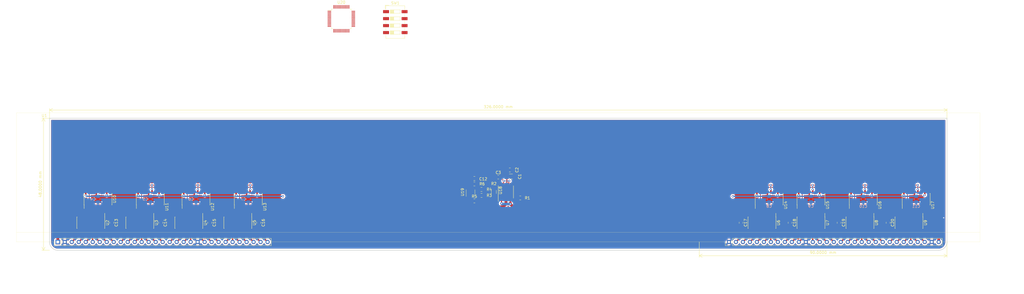
<source format=kicad_pcb>
(kicad_pcb (version 20211014) (generator pcbnew)
  (layers (0 "F.Cu" signal) (31 "B.Cu" signal) (34 "B.Paste" user) (35 "F.Paste" user) (36 "B.SilkS" user "B.Silkscreen") (37 "F.SilkS" user "F.Silkscreen") (38 "B.Mask" user) (39 "F.Mask" user) (44 "Edge.Cuts" user))
  (net 0 "")
  (net 1 "Net-(U1-Pad60)")
  (net 2 "Net-(U1-Pad59)")
  (net 3 "Net-(U1-Pad58)")
  (net 4 "Net-(U1-Pad57)")
  (net 5 "Net-(U1-Pad56)")
  (net 6 "Net-(U1-Pad55)")
  (net 7 "Net-(U1-Pad54)")
  (net 8 "Net-(U1-Pad53)")
  (net 9 "Net-(U1-Pad52)")
  (net 10 "Net-(U1-Pad51)")
  (net 11 "Net-(U1-Pad50)")
  (net 12 "Net-(U1-Pad49)")
  (net 13 "Net-(U1-Pad48)")
  (net 14 "Net-(U1-Pad47)")
  (net 15 "Net-(U1-Pad46)")
  (net 16 "Net-(U1-Pad45)")
  (net 17 "Net-(U1-Pad44)")
  (net 18 "Net-(U1-Pad42)")
  (net 19 "Net-(U1-Pad41)")
  (net 20 "Net-(U1-Pad40)")
  (net 21 "Net-(U1-Pad39)")
  (net 22 "Net-(U1-Pad38)")
  (net 23 "Net-(U1-Pad37)")
  (net 24 "Net-(U1-Pad36)")
  (net 25 "Net-(U1-Pad35)")
  (net 26 "Net-(U1-Pad34)")
  (net 27 "Net-(U1-Pad33)")
  (net 28 "Net-(U1-Pad31)")
  (net 29 "Net-(U1-Pad30)")
  (net 30 "Net-(U1-Pad29)")
  (net 31 "Net-(U1-Pad28)")
  (net 32 "Net-(U1-Pad27)")
  (net 33 "Net-(U1-Pad26)")
  (net 34 "Net-(U1-Pad25)")
  (net 35 "Net-(U1-Pad24)")
  (net 36 "Net-(U1-Pad23)")
  (net 37 "Net-(U1-Pad22)")
  (net 38 "Net-(U1-Pad20)")
  (net 39 "Net-(U1-Pad19)")
  (net 40 "Net-(U1-Pad18)")
  (net 41 "Net-(U1-Pad17)")
  (net 42 "Net-(U1-Pad16)")
  (net 43 "Net-(U1-Pad15)")
  (net 44 "Net-(U1-Pad14)")
  (net 45 "Net-(U1-Pad13)")
  (net 46 "Net-(U1-Pad12)")
  (net 47 "Net-(U1-Pad11)")
  (net 48 "Net-(U1-Pad10)")
  (net 49 "Net-(U1-Pad9)")
  (net 50 "Net-(U1-Pad8)")
  (net 51 "Net-(U1-Pad7)")
  (net 52 "Net-(U1-Pad6)")
  (net 53 "Net-(U1-Pad5)")
  (net 54 "Net-(U1-Pad4)")
  (net 55 "Net-(U1-Pad3)")
  (net 56 "Net-(R2-Pad1)")
  (net 57 "Net-(R1-Pad1)")
  (net 58 "+3V3")
  (net 59 "Net-(C3-Pad2)")
  (net 60 "/Filament_PWR")
  (net 61 "Net-(U18-Pad15)")
  (net 62 "Net-(U18-Pad16)")
  (net 63 "GND")
  (net 64 "Net-(U13-Pad7)")
  (net 65 "Net-(U13-Pad6)")
  (net 66 "Net-(U12-Pad9)")
  (net 67 "Net-(U11-Pad9)")
  (net 68 "Net-(U10-Pad9)")
  (net 69 "/Filament_ADC")
  (net 70 "Net-(C12-Pad2)")
  (net 71 "Net-(R3-Pad1)")
  (net 72 "Net-(U20-Pad1)")
  (net 73 "Net-(U20-Pad2)")
  (net 74 "Net-(U20-Pad3)")
  (net 75 "Net-(U20-Pad4)")
  (net 76 "Net-(U20-Pad5)")
  (net 77 "Net-(U20-Pad6)")
  (net 78 "Net-(U20-Pad7)")
  (net 79 "Net-(U20-Pad10)")
  (net 80 "Net-(U20-Pad11)")
  (net 81 "Net-(U20-Pad12)")
  (net 82 "Net-(U20-Pad13)")
  (net 83 "Net-(U20-Pad14)")
  (net 84 "Net-(U20-Pad15)")
  (net 85 "Net-(U20-Pad16)")
  (net 86 "Net-(U20-Pad17)")
  (net 87 "Net-(U20-Pad18)")
  (net 88 "Net-(U20-Pad19)")
  (net 89 "Net-(U20-Pad20)")
  (net 90 "Net-(U20-Pad21)")
  (net 91 "Net-(U20-Pad22)")
  (net 92 "Net-(U20-Pad24)")
  (net 93 "Net-(U20-Pad25)")
  (net 94 "Net-(U20-Pad26)")
  (net 95 "Net-(U20-Pad27)")
  (net 96 "Net-(U20-Pad28)")
  (net 97 "Net-(U20-Pad29)")
  (net 98 "Net-(U20-Pad30)")
  (net 99 "Net-(U20-Pad31)")
  (net 100 "Net-(U20-Pad32)")
  (net 101 "Net-(U20-Pad33)")
  (net 102 "Net-(U20-Pad34)")
  (net 103 "Net-(U20-Pad36)")
  (net 104 "Net-(U20-Pad37)")
  (net 105 "Net-(U20-Pad38)")
  (net 106 "Net-(U20-Pad39)")
  (net 107 "Net-(U20-Pad40)")
  (net 108 "Net-(U20-Pad41)")
  (net 109 "Net-(U20-Pad42)")
  (net 110 "Net-(U20-Pad43)")
  (net 111 "Net-(U20-Pad44)")
  (net 112 "Net-(U20-Pad45)")
  (net 113 "Net-(U20-Pad46)")
  (net 114 "Net-(U20-Pad48)")
  (net 115 "Net-(SW1-Pad2)")
  (net 116 "Net-(SW1-Pad3)")
  (net 117 "Net-(SW1-Pad4)")
  (net 118 "/Logic/Select_Master_Slave")
  (net 119 "/VFD/P10")
  (net 120 "/VFD/P11")
  (net 121 "/VFD/P12")
  (net 122 "/VFD/P13")
  (net 123 "/VFD/P14")
  (net 124 "/VFD/P15")
  (net 125 "/VFD/P16")
  (net 126 "/VFD/P9")
  (net 127 "/VFD/P1")
  (net 128 "/VFD/P8")
  (net 129 "/VFD/P7")
  (net 130 "/VFD/P6")
  (net 131 "/VFD/P5")
  (net 132 "/VFD/P4")
  (net 133 "/VFD/P3")
  (net 134 "/VFD/P2")
  (net 135 "Net-(U9-Pad16)")
  (net 136 "/VFD/P24")
  (net 137 "/VFD/P23")
  (net 138 "/VFD/P22")
  (net 139 "/VFD/P21")
  (net 140 "/VFD/P20")
  (net 141 "/VFD/P19")
  (net 142 "Net-(U9-Pad1)")
  (net 143 "/VFD/P26")
  (net 144 "/VFD/P27")
  (net 145 "/VFD/P28")
  (net 146 "/VFD/P29")
  (net 147 "/VFD/P30")
  (net 148 "/VFD/P31")
  (net 149 "/VFD/P32")
  (net 150 "/VFD/P25")
  (net 151 "/VFD/P34")
  (net 152 "/VFD/P35")
  (net 153 "/VFD/G1")
  (net 154 "/VFD/G2")
  (net 155 "/VFD/G3")
  (net 156 "/VFD/G4")
  (net 157 "Net-(U14-Pad9)")
  (net 158 "/VFD/P33")
  (net 159 "/VFD/G5")
  (net 160 "Net-(U15-Pad9)")
  (net 161 "/VFD/G12")
  (net 162 "/VFD/G11")
  (net 163 "/VFD/G10")
  (net 164 "/VFD/G9")
  (net 165 "/VFD/G8")
  (net 166 "/VFD/G7")
  (net 167 "/VFD/G6")
  (net 168 "Net-(U16-Pad9)")
  (net 169 "Net-(U17-Pad9)")
  (net 170 "/VFD/P17")
  (net 171 "/VFD/P18")
  (net 172 "/VFD/G20")
  (net 173 "/VFD/G19")
  (net 174 "/VFD/G18")
  (net 175 "/VFD/G13")
  (net 176 "/VFD/G14")
  (net 177 "/VFD/G15")
  (net 178 "/VFD/G16")
  (net 179 "/VFD/G17")
  (net 180 "Net-(U17-Pad6)")
  (net 181 "Net-(U17-Pad7)")
  (net 182 "Net-(U15-Pad2)")
  (net 183 "Net-(U15-Pad3)")
  (net 184 "Net-(U15-Pad4)")
  (net 185 "Net-(U12-Pad3)")
  (net 186 "Net-(U12-Pad2)")
  (net 187 "/VFD/Filament_In_A")
  (net 188 "/VFD/Filament_In_B")
  (net 189 "/Logic/Filament_PWM2")
  (net 190 "/Logic/Filament_PWM1")
  (net 191 "/Logic/Filament_Enable")
  (net 192 "/Logic/Grids_Anodes_SPI_MOSI")
  (net 193 "/Grids_Anodes_Power")
  (net 194 "/VFD/RCLK1")
  (net 195 "/VFD/SRCLK1")
  (net 196 "/VFD/SPI_Grids_Anodes_1_out")
  (net 197 "/VFD/SPI_Grids_Anodes_2")
  (net 198 "/VFD/RCLK2")
  (net 199 "/VFD/SRCLK2")
  (footprint "Package_SO:SOIC-16_3.9x9.9mm_P1.27mm" (layer "F.Cu") (at 290.8 60 -90)
    (fp_text reference "U6")
    (fp_text value "ULN2003")
  )
  (footprint "Package_SO:SOIC-16_3.9x9.9mm_P1.27mm" (layer "F.Cu") (at 344.2 60 -90)
    (fp_text reference "U9")
    (fp_text value "ULN2003")
  )
  (footprint "Package_SO:SOIC-16_3.9x9.9mm_P1.27mm" (layer "F.Cu") (at 326.4 60 -90)
    (fp_text reference "U8")
    (fp_text value "ULN2003")
  )
  (footprint "Package_SO:SOIC-16_3.9x9.9mm_P1.27mm" (layer "F.Cu") (at 346.8 51.4 90)
    (fp_text reference "U17")
    (fp_text value "74HC595")
  )
  (footprint "Package_SO:SOIC-16_3.9x9.9mm_P1.27mm" (layer "F.Cu") (at 293.4 51.4 90)
    (fp_text reference "U14")
    (fp_text value "74HC595")
  )
  (footprint "Package_SO:SOIC-16_3.9x9.9mm_P1.27mm" (layer "F.Cu") (at 82.6 60 -90)
    (fp_text reference "U4")
    (fp_text value "ULN2003")
  )
  (footprint "Package_SO:SOIC-16_3.9x9.9mm_P1.27mm" (layer "F.Cu") (at 68.6 51.4 90)
    (fp_text reference "U11")
    (fp_text value "74HC595")
  )
  (footprint "Package_SO:SOIC-16_3.9x9.9mm_P1.27mm" (layer "F.Cu") (at 85.2 51.4 90)
    (fp_text reference "U12")
    (fp_text value "74HC595")
  )
  (footprint "Package_SO:SOIC-16_3.9x9.9mm_P1.27mm" (layer "F.Cu") (at 64.8 60 -90)
    (fp_text reference "U3")
    (fp_text value "ULN2003")
  )
  (footprint "Package_SO:SOIC-16_3.9x9.9mm_P1.27mm" (layer "F.Cu") (at 49.6 51.4 90)
    (fp_text reference "U10")
    (fp_text value "74HC595")
  )
  (footprint "Package_SO:SOIC-16_3.9x9.9mm_P1.27mm" (layer "F.Cu") (at 47 60 -90)
    (fp_text reference "U2")
    (fp_text value "ULN2003")
  )
  (footprint "Package_SO:SOIC-16_3.9x9.9mm_P1.27mm" (layer "F.Cu") (at 308.6 51.4 90)
    (fp_text reference "U15")
    (fp_text value "74HC595")
  )
  (footprint "Package_SO:SOIC-16_3.9x9.9mm_P1.27mm" (layer "F.Cu") (at 308.6 60 -90)
    (fp_text reference "U7")
    (fp_text value "ULN2003")
  )
  (footprint "Button_Switch_SMD:SW_DIP_SPSTx04_Slide_6.7x11.72mm_W6.73mm_P2.54mm_LowProfile_JPin" (layer "F.Cu") (at 157.6 -13)
    (fp_text reference "SW1")
    (fp_text value "SW_DIP_x04")
  )
  (footprint "itron_vacuum_fluorescent_display:DC201LA" (layer "F.Cu") (at 20 20)
    (fp_text reference "U1")
    (fp_text value "DC201LA")
  )
  (footprint "Package_SO:SOIC-16_3.9x9.9mm_P1.27mm" (layer "F.Cu") (at 100.4 60 -90)
    (fp_text reference "U5")
    (fp_text value "ULN2003")
  )
  (footprint "Package_SO:SOIC-16_3.9x9.9mm_P1.27mm" (layer "F.Cu") (at 327.6 51.4 90)
    (fp_text reference "U16")
    (fp_text value "74HC595")
  )
  (footprint "Capacitor_SMD:C_0805_2012Metric_Pad1.15x1.40mm_HandSolder" (layer "F.Cu") (at 54.6 60 -90)
    (fp_text reference "C13")
    (fp_text value "100n")
  )
  (footprint "Capacitor_SMD:C_0805_2012Metric_Pad1.15x1.40mm_HandSolder" (layer "F.Cu") (at 72.4 60 -90)
    (fp_text reference "C14")
    (fp_text value "100n")
  )
  (footprint "Capacitor_SMD:C_0805_2012Metric_Pad1.15x1.40mm_HandSolder" (layer "F.Cu") (at 90.2 60 -90)
    (fp_text reference "C15")
    (fp_text value "100n")
  )
  (footprint "Capacitor_SMD:C_0805_2012Metric_Pad1.15x1.40mm_HandSolder" (layer "F.Cu") (at 108 60 -90)
    (fp_text reference "C16")
    (fp_text value "100n")
  )
  (footprint "Capacitor_SMD:C_0805_2012Metric_Pad1.15x1.40mm_HandSolder" (layer "F.Cu") (at 283.2 60 -90)
    (fp_text reference "C17")
    (fp_text value "100n")
  )
  (footprint "Capacitor_SMD:C_0805_2012Metric_Pad1.15x1.40mm_HandSolder" (layer "F.Cu") (at 301 60 -90)
    (fp_text reference "C18")
    (fp_text value "100n")
  )
  (footprint "Capacitor_SMD:C_0805_2012Metric_Pad1.15x1.40mm_HandSolder" (layer "F.Cu") (at 318.8 60 -90)
    (fp_text reference "C19")
    (fp_text value "100n")
  )
  (footprint "Capacitor_SMD:C_0805_2012Metric_Pad1.15x1.40mm_HandSolder" (layer "F.Cu") (at 336.6 60 -90)
    (fp_text reference "C20")
    (fp_text value "100n")
  )
  (footprint "Package_QFP:LQFP-48_7x7mm_P0.5mm" (layer "F.Cu") (at 138 -14.2)
    (fp_text reference "U20")
    (fp_text value "STM32F302C8Tx")
  )
  (footprint "Package_SO:SOIC-16_3.9x9.9mm_P1.27mm" (layer "F.Cu") (at 104.2 51.4 90)
    (fp_text reference "U13")
    (fp_text value "74HC595")
  )
  (footprint "Resistor_SMD:R_0805_2012Metric_Pad1.15x1.40mm_HandSolder" (layer "F.Cu") (at 188.899102 47.870546)
    (fp_text reference "R4")
    (fp_text value "100")
  )
  (footprint "Resistor_SMD:R_0805_2012Metric_Pad1.15x1.40mm_HandSolder" (layer "F.Cu") (at 188.924102 50.070546)
    (fp_text reference "R3")
    (fp_text value "100")
  )
  (footprint "Package_TO_SOT_SMD:SOT-23-5" (layer "F.Cu") (at 184.924102 48.870546 90)
    (fp_text reference "U19")
    (fp_text value "TSZ121ILT")
  )
  (footprint "Capacitor_SMD:C_0805_2012Metric_Pad1.15x1.40mm_HandSolder" (layer "F.Cu") (at 186.324102 43.870546)
    (fp_text reference "C12")
    (fp_text value "33n")
  )
  (footprint "Package_SO:TSSOP-16-1EP_4.4x5mm_P0.65mm" (layer "F.Cu") (at 197.8 48.8 90)
    (fp_text reference "U18")
    (fp_text value "DRV8848")
  )
  (footprint "Resistor_SMD:R_1206_3216Metric_Pad1.42x1.75mm_HandSolder" (layer "F.Cu") (at 193.4 48.8 90)
    (fp_text reference "R2")
    (fp_text value "R_sense 500mW")
  )
  (footprint "Resistor_SMD:R_0805_2012Metric_Pad1.15x1.40mm_HandSolder" (layer "F.Cu") (at 203 51)
    (fp_text reference "R1")
    (fp_text value "10k")
  )
  (footprint "Capacitor_SMD:C_1206_3216Metric_Pad1.42x1.75mm_HandSolder" (layer "F.Cu") (at 199.6 43.2 180)
    (fp_text reference "C1")
    (fp_text value "10u")
  )
  (footprint "Capacitor_SMD:C_0805_2012Metric_Pad1.15x1.40mm_HandSolder" (layer "F.Cu") (at 199.2 40.8 180)
    (fp_text reference "C2")
    (fp_text value "100n")
  )
  (footprint "Capacitor_SMD:C_0805_2012Metric_Pad1.15x1.40mm_HandSolder" (layer "F.Cu") (at 195 43.4)
    (fp_text reference "C3")
    (fp_text value "2.2u")
  )
  (footprint "Resistor_SMD:R_0805_2012Metric_Pad1.15x1.40mm_HandSolder" (layer "F.Cu") (at 186.324102 45.870546)
    (fp_text reference "R6")
    (fp_text value "47k")
  )
  (footprint "Resistor_SMD:R_0805_2012Metric_Pad1.15x1.40mm_HandSolder" (layer "F.Cu") (at 186.324102 52.070546)
    (fp_text reference "R5")
    (fp_text value "47k")
  )
  (footprint "Capacitor_SMD:C_0805_2012Metric_Pad1.15x1.40mm_HandSolder" (layer "B.Cu") (at 346.8 51.4 -90)
    (fp_text reference "C11")
    (fp_text value "100n")
  )
  (footprint "Capacitor_SMD:C_0805_2012Metric_Pad1.15x1.40mm_HandSolder" (layer "B.Cu") (at 293.4 51.4 -90)
    (fp_text reference "C8")
    (fp_text value "100n")
  )
  (footprint "Capacitor_SMD:C_0805_2012Metric_Pad1.15x1.40mm_HandSolder" (layer "B.Cu") (at 308.6 51.4 -90)
    (fp_text reference "C9")
    (fp_text value "100n")
  )
  (footprint "Capacitor_SMD:C_0805_2012Metric_Pad1.15x1.40mm_HandSolder" (layer "B.Cu") (at 327.6 51.4 -90)
    (fp_text reference "C10")
    (fp_text value "100n")
  )
  (footprint "Capacitor_SMD:C_0805_2012Metric_Pad1.15x1.40mm_HandSolder" (layer "B.Cu") (at 85.2 51.4 -90)
    (fp_text reference "C6")
    (fp_text value "100n")
  )
  (footprint "Capacitor_SMD:C_0805_2012Metric_Pad1.15x1.40mm_HandSolder" (layer "B.Cu") (at 68.6 51.4 -90)
    (fp_text reference "C5")
    (fp_text value "100n")
  )
  (footprint "Capacitor_SMD:C_0805_2012Metric_Pad1.15x1.40mm_HandSolder" (layer "B.Cu") (at 49.6 51.4 -90)
    (fp_text reference "C4")
    (fp_text value "100n")
  )
  (footprint "Capacitor_SMD:C_0805_2012Metric_Pad1.15x1.40mm_HandSolder" (layer "B.Cu") (at 104.2 51.4 -90)
    (fp_text reference "C7")
    (fp_text value "100n")
  )
  (gr_arc (start 35 70) (mid 32.87868 69.12132) (end 32 67) (layer "Edge.Cuts") (width 0.2))
  (gr_line (start 35 70) (end 355 70) (layer "Edge.Cuts") (width 0.2))
  (gr_line (start 358 67) (end 358 22) (layer "Edge.Cuts") (width 0.2))
  (gr_arc (start 358 67) (mid 357.12132 69.12132) (end 355 70) (layer "Edge.Cuts") (width 0.2))
  (gr_line (start 358 22) (end 32 22) (layer "Edge.Cuts") (width 0.2))
  (gr_line (start 32 22) (end 32 67) (layer "Edge.Cuts") (width 0.2))
  (dimension (type aligned) (layer "F.SilkS") (pts (xy 32 70) (xy 32 22)) (height -2.2) (gr_text "48.0000 mm" (at 28.65 46 90) (layer "F.SilkS") (effects (font (size 1 1) (thickness 0.15)))) (format (units 2) (units_format 1) (precision 4)) (style (thickness 0.15) (arrow_length 1.27) (text_position_mode 0) (extension_height 0.58642) (extension_offset 0) keep_text_aligned))
  (dimension (type aligned) (layer "F.SilkS") (pts (xy 358 22) (xy 32 22)) (height 3) (gr_text "326.0000 mm" (at 195 17.85) (layer "F.SilkS") (effects (font (size 1 1) (thickness 0.15)))) (format (units 2) (units_format 1) (precision 4)) (style (thickness 0.15) (arrow_length 1.27) (text_position_mode 0) (extension_height 0.58642) (extension_offset 0) keep_text_aligned))
  (dimension (type aligned) (layer "F.SilkS") (pts (xy 268 67) (xy 358 67)) (height 5) (gr_text "90.0000 mm" (at 313 70.85) (layer "F.SilkS") (effects (font (size 1 1) (thickness 0.15)))) (format (units 2) (units_format 1) (precision 4)) (style (thickness 0.15) (arrow_length 1.27) (text_position_mode 0) (extension_height 0.58642) (extension_offset 0) keep_text_aligned))
  (segment (start 347.375 62.7) (end 347.375 64.455) (width 0.5) (layer "F.Cu") (net 1))
  (segment (start 347.375 64.455) (end 349.92 67) (width 0.5) (layer "F.Cu") (net 1))
  (segment (start 346.105 65.725) (end 347.38 67) (width 0.5) (layer "F.Cu") (net 2))
  (segment (start 346.105 62.7) (end 346.105 65.725) (width 0.5) (layer "F.Cu") (net 2))
  (segment (start 344.835 66.995) (end 344.84 67) (width 0.5) (layer "F.Cu") (net 3))
  (segment (start 344.835 62.7) (end 344.835 66.995) (width 0.5) (layer "F.Cu") (net 3))
  (segment (start 343.565 65.735) (end 342.3 67) (width 0.5) (layer "F.Cu") (net 4))
  (segment (start 343.565 62.7) (end 343.565 65.735) (width 0.5) (layer "F.Cu") (net 4))
  (segment (start 339.76 67) (end 342.295 64.465) (width 0.5) (layer "F.Cu") (net 5))
  (segment (start 342.295 64.465) (end 342.295 62.7) (width 0.5) (layer "F.Cu") (net 5))
  (segment (start 337.22 67) (end 341.025 63.195) (width 0.5) (layer "F.Cu") (net 6))
  (segment (start 341.025 63.195) (end 341.025 62.7) (width 0.5) (layer "F.Cu") (net 6))
  (segment (start 330.845 63.165) (end 330.845 62.7) (width 0.5) (layer "F.Cu") (net 7))
  (segment (start 334.68 67) (end 330.845 63.165) (width 0.5) (layer "F.Cu") (net 7))
  (segment (start 329.575 62.7) (end 329.575 64.435) (width 0.5) (layer "F.Cu") (net 8))
  (segment (start 329.575 64.435) (end 332.14 67) (width 0.5) (layer "F.Cu") (net 8))
  (segment (start 328.305 65.705) (end 328.305 62.7) (width 0.5) (layer "F.Cu") (net 9))
  (segment (start 329.6 67) (end 328.305 65.705) (width 0.5) (layer "F.Cu") (net 9))
  (segment (start 327.035 62.7) (end 327.035 66.975) (width 0.5) (layer "F.Cu") (net 10))
  (segment (start 327.035 66.975) (end 327.06 67) (width 0.5) (layer "F.Cu") (net 10))
  (segment (start 325.765 65.755) (end 324.52 67) (width 0.5) (layer "F.Cu") (net 11))
  (segment (start 325.765 62.7) (end 325.765 65.755) (width 0.5) (layer "F.Cu") (net 11))
  (segment (start 324.495 64.485) (end 321.98 67) (width 0.5) (layer "F.Cu") (net 12))
  (segment (start 324.495 62.7) (end 324.495 64.485) (width 0.5) (layer "F.Cu") (net 12))
  (segment (start 323.225 62.7) (end 323.225 63.215) (width 0.5) (layer "F.Cu") (net 13))
  (segment (start 323.225 63.215) (end 319.44 67) (width 0.5) (layer "F.Cu") (net 13))
  (segment (start 313.045 63.145) (end 313.045 62.7) (width 0.5) (layer "F.Cu") (net 14))
  (segment (start 316.9 67) (end 313.045 63.145) (width 0.5) (layer "F.Cu") (net 14))
  (segment (start 314.36 67) (end 311.775 64.415) (width 0.5) (layer "F.Cu") (net 15))
  (segment (start 311.775 64.415) (end 311.775 62.7) (width 0.5) (layer "F.Cu") (net 15))
  (segment (start 310.505 65.685) (end 310.505 62.7) (width 0.5) (layer "F.Cu") (net 16))
  (segment (start 311.82 67) (end 310.505 65.685) (width 0.5) (layer "F.Cu") (net 16))
  (segment (start 309.235 62.7) (end 309.235 66.955) (width 0.5) (layer "F.Cu") (net 17))
  (segment (start 309.235 66.955) (end 309.28 67) (width 0.5) (layer "F.Cu") (net 17))
  (segment (start 307.965 63.235) (end 307.965 62.7) (width 0.5) (layer "F.Cu") (net 18))
  (segment (start 304.2 67) (end 307.965 63.235) (width 0.5) (layer "F.Cu") (net 18))
  (segment (start 301.66 67) (end 302.872001 65.787999) (width 0.5) (layer "F.Cu") (net 19))
  (segment (start 306.695 63.15) (end 306.695 62.7) (width 0.5) (layer "F.Cu") (net 19))
  (segment (start 304.057001 65.787999) (end 306.695 63.15) (width 0.5) (layer "F.Cu") (net 19))
  (segment (start 302.872001 65.787999) (end 304.057001 65.787999) (width 0.5) (layer "F.Cu") (net 19))
  (segment (start 305.425 63.15) (end 305.425 62.7) (width 0.5) (layer "F.Cu") (net 20))
  (segment (start 301.12 65) (end 303.575 65) (width 0.5) (layer "F.Cu") (net 20))
  (segment (start 299.12 67) (end 301.12 65) (width 0.5) (layer "F.Cu") (net 20))
  (segment (start 303.575 65) (end 305.425 63.15) (width 0.5) (layer "F.Cu") (net 20))
  (segment (start 295.245 62.7) (end 295.245 65.665) (width 0.5) (layer "F.Cu") (net 21))
  (segment (start 295.245 63.065) (end 295.245 62.7) (width 0.5) (layer "F.Cu") (net 21))
  (segment (start 295.245 65.665) (end 296.58 67) (width 0.5) (layer "F.Cu") (net 21))
  (segment (start 293.975 66.935) (end 294.04 67) (width 0.5) (layer "F.Cu") (net 22))
  (segment (start 293.975 62.7) (end 293.975 66.935) (width 0.5) (layer "F.Cu") (net 22))
  (segment (start 292.705 62.7) (end 292.705 65.795) (width 0.5) (layer "F.Cu") (net 23))
  (segment (start 292.705 65.795) (end 291.5 67) (width 0.5) (layer "F.Cu") (net 23))
  (segment (start 291.435 62.7) (end 291.435 64.525) (width 0.5) (layer "F.Cu") (net 24))
  (segment (start 291.435 64.525) (end 288.96 67) (width 0.5) (layer "F.Cu") (net 24))
  (segment (start 290.165 62.7) (end 290.165 63.255) (width 0.5) (layer "F.Cu") (net 25))
  (segment (start 290.165 63.255) (end 286.42 67) (width 0.5) (layer "F.Cu") (net 25))
  (segment (start 283.88 67) (end 285.28 65.6) (width 0.5) (layer "F.Cu") (net 26))
  (segment (start 288.895 63.15) (end 288.895 62.7) (width 0.5) (layer "F.Cu") (net 26))
  (segment (start 286.445 65.6) (end 288.895 63.15) (width 0.5) (layer "F.Cu") (net 26))
  (segment (start 285.28 65.6) (end 286.445 65.6) (width 0.5) (layer "F.Cu") (net 26))
  (segment (start 285.975 64.8) (end 283.54 64.8) (width 0.5) (layer "F.Cu") (net 27))
  (segment (start 283.54 64.8) (end 281.34 67) (width 0.5) (layer "F.Cu") (net 27))
  (segment (start 287.625 63.15) (end 285.975 64.8) (width 0.5) (layer "F.Cu") (net 27))
  (segment (start 287.625 62.7) (end 287.625 63.15) (width 0.5) (layer "F.Cu") (net 27))
  (segment (start 109 64.8) (end 111.2 67) (width 0.5) (layer "F.Cu") (net 28))
  (segment (start 104.845 63.15) (end 106.495 64.8) (width 0.5) (layer "F.Cu") (net 28))
  (segment (start 106.495 64.8) (end 109 64.8) (width 0.5) (layer "F.Cu") (net 28))
  (segment (start 104.845 62.7) (end 104.845 63.15) (width 0.5) (layer "F.Cu") (net 28))
  (segment (start 107.26 65.6) (end 108.66 67) (width 0.5) (layer "F.Cu") (net 29))
  (segment (start 103.575 63.15) (end 106.025 65.6) (width 0.5) (layer "F.Cu") (net 29))
  (segment (start 103.575 62.7) (end 103.575 63.15) (width 0.5) (layer "F.Cu") (net 29))
  (segment (start 106.025 65.6) (end 107.26 65.6) (width 0.5) (layer "F.Cu") (net 29))
  (segment (start 102.305 63.185) (end 102.305 62.7) (width 0.5) (layer "F.Cu") (net 30))
  (segment (start 106.12 67) (end 102.305 63.185) (width 0.5) (layer "F.Cu") (net 30))
  (segment (start 101.035 62.7) (end 101.035 64.455) (width 0.5) (layer "F.Cu") (net 31))
  (segment (start 101.035 64.455) (end 103.58 67) (width 0.5) (layer "F.Cu") (net 31))
  (segment (start 99.765 62.7) (end 99.765 65.725) (width 0.5) (layer "F.Cu") (net 32))
  (segment (start 99.765 65.725) (end 101.04 67) (width 0.5) (layer "F.Cu") (net 32))
  (segment (start 98.495 62.7) (end 98.495 66.995) (width 0.5) (layer "F.Cu") (net 33))
  (segment (start 98.495 66.995) (end 98.5 67) (width 0.5) (layer "F.Cu") (net 33))
  (segment (start 97.225 65.735) (end 95.96 67) (width 0.5) (layer "F.Cu") (net 34))
  (segment (start 97.225 62.7) (end 97.225 65.735) (width 0.5) (layer "F.Cu") (net 34))
  (segment (start 91.22 64.8) (end 93.42 67) (width 0.5) (layer "F.Cu") (net 35))
  (segment (start 87.045 62.7) (end 87.045 63.15) (width 0.5) (layer "F.Cu") (net 35))
  (segment (start 88.695 64.8) (end 91.22 64.8) (width 0.5) (layer "F.Cu") (net 35))
  (segment (start 87.045 63.15) (end 88.695 64.8) (width 0.5) (layer "F.Cu") (net 35))
  (segment (start 89.48 65.6) (end 88.225 65.6) (width 0.5) (layer "F.Cu") (net 36))
  (segment (start 90.88 67) (end 89.48 65.6) (width 0.5) (layer "F.Cu") (net 36))
  (segment (start 85.775 63.15) (end 85.775 62.7) (width 0.5) (layer "F.Cu") (net 36))
  (segment (start 88.225 65.6) (end 85.775 63.15) (width 0.5) (layer "F.Cu") (net 36))
  (segment (start 84.505 63.165) (end 84.505 62.7) (width 0.5) (layer "F.Cu") (net 37))
  (segment (start 88.34 67) (end 84.505 63.165) (width 0.5) (layer "F.Cu") (net 37))
  (segment (start 83.235 62.7) (end 83.235 66.975) (width 0.5) (layer "F.Cu") (net 38))
  (segment (start 83.235 66.975) (end 83.26 67) (width 0.5) (layer "F.Cu") (net 38))
  (segment (start 81.965 65.755) (end 80.72 67) (width 0.5) (layer "F.Cu") (net 39))
  (segment (start 81.965 62.7) (end 81.965 65.755) (width 0.5) (layer "F.Cu") (net 39))
  (segment (start 80.695 62.7) (end 80.695 64.485) (width 0.5) (layer "F.Cu") (net 40))
  (segment (start 80.695 64.485) (end 78.18 67) (width 0.5) (layer "F.Cu") (net 40))
  (segment (start 79.425 63.215) (end 79.425 62.7) (width 0.5) (layer "F.Cu") (net 41))
  (segment (start 75.64 67) (end 79.425 63.215) (width 0.5) (layer "F.Cu") (net 41))
  (segment (start 69.245 62.7) (end 69.245 63.15) (width 0.5) (layer "F.Cu") (net 42))
  (segment (start 73.095 67) (end 73.1 67) (width 0.5) (layer "F.Cu") (net 42))
  (segment (start 69.245 63.15) (end 73.095 67) (width 0.5) (layer "F.Cu") (net 42))
  (segment (start 67.975 64.415) (end 70.56 67) (width 0.5) (layer "F.Cu") (net 43))
  (segment (start 67.975 62.7) (end 67.975 64.415) (width 0.5) (layer "F.Cu") (net 43))
  (segment (start 66.705 65.685) (end 68.02 67) (width 0.5) (layer "F.Cu") (net 44))
  (segment (start 66.705 62.7) (end 66.705 65.685) (width 0.5) (layer "F.Cu") (net 44))
  (segment (start 65.435 62.7) (end 65.435 66.955) (width 0.5) (layer "F.Cu") (net 45))
  (segment (start 65.435 66.955) (end 65.48 67) (width 0.5) (layer "F.Cu") (net 45))
  (segment (start 62.94 67) (end 64.165 65.775) (width 0.5) (layer "F.Cu") (net 46))
  (segment (start 64.165 65.775) (end 64.165 62.7) (width 0.5) (layer "F.Cu") (net 46))
  (segment (start 60.4 67) (end 62.895 64.505) (width 0.5) (layer "F.Cu") (net 47))
  (segment (start 62.895 64.505) (end 62.895 62.7) (width 0.5) (layer "F.Cu") (net 47))
  (segment (start 61.625 63.235) (end 61.625 62.7) (width 0.5) (layer "F.Cu") (net 48))
  (segment (start 57.86 67) (end 61.625 63.235) (width 0.5) (layer "F.Cu") (net 48))
  (segment (start 55.295 67) (end 55.32 67) (width 0.5) (layer "F.Cu") (net 49))
  (segment (start 51.445 63.15) (end 55.295 67) (width 0.5) (layer "F.Cu") (net 49))
  (segment (start 51.445 62.7) (end 51.445 63.15) (width 0.5) (layer "F.Cu") (net 49))
  (segment (start 50.175 62.7) (end 50.175 64.395) (width 0.5) (layer "F.Cu") (net 50))
  (segment (start 50.175 64.395) (end 52.78 67) (width 0.5) (layer "F.Cu") (net 50))
  (segment (start 48.905 65.665) (end 50.24 67) (width 0.5) (layer "F.Cu") (net 51))
  (segment (start 48.905 62.7) (end 48.905 65.665) (width 0.5) (layer "F.Cu") (net 51))
  (segment (start 47.635 66.935) (end 47.7 67) (width 0.5) (layer "F.Cu") (net 52))
  (segment (start 47.635 62.7) (end 47.635 66.935) (width 0.5) (layer "F.Cu") (net 52))
  (segment (start 46.365 65.795) (end 45.16 67) (width 0.5) (layer "F.Cu") (net 53))
  (segment (start 46.365 62.7) (end 46.365 65.795) (width 0.5) (layer "F.Cu") (net 53))
  (segment (start 45.095 62.7) (end 45.095 64.525) (width 0.5) (layer "F.Cu") (net 54))
  (segment (start 45.095 64.525) (end 42.62 67) (width 0.5) (layer "F.Cu") (net 54))
  (segment (start 40.08 67) (end 43.825 63.255) (width 0.5) (layer "F.Cu") (net 55))
  (segment (start 43.825 63.255) (end 43.825 62.7) (width 0.5) (layer "F.Cu") (net 55))
  (segment (start 196.825 50.7) (end 196.825 51.575) (width 0.35) (layer "F.Cu") (net 56))
  (segment (start 193.4 50.2875) (end 194.375 50.2875) (width 0.35) (layer "F.Cu") (net 56))
  (segment (start 194.375 50.2875) (end 194.762499 50.674999) (width 0.35) (layer "F.Cu") (net 56))
  (segment (start 198.8 50.675) (end 198.8 50.674999) (width 0.35) (layer "F.Cu") (net 56))
  (segment (start 198.775 51.575) (end 198.775 50.7) (width 0.35) (layer "F.Cu") (net 56))
  (segment (start 194.762499 50.674999) (end 196.850001 50.674999) (width 0.35) (layer "F.Cu") (net 56))
  (segment (start 198.8 50.674999) (end 196.850001 50.674999) (width 0.35) (layer "F.Cu") (net 56))
  (segment (start 196.850001 50.674999) (end 196.825 50.7) (width 0.35) (layer "F.Cu") (net 56))
  (segment (start 198.775 50.7) (end 198.8 50.675) (width 0.35) (layer "F.Cu") (net 56))
  (segment (start 190.166056 50.2875) (end 189.949102 50.070546) (width 0.4) (layer "F.Cu") (net 56))
  (segment (start 193.4 50.2875) (end 190.166056 50.2875) (width 0.4) (layer "F.Cu") (net 56))
  (segment (start 201.4 51.575) (end 201.975 51) (width 0.4) (layer "F.Cu") (net 57))
  (segment (start 200.075 51.575) (end 201.4 51.575) (width 0.4) (layer "F.Cu") (net 57))
  (segment (start 64.155 49.955) (end 64.2 50) (width 0.5) (layer "F.Cu") (net 58))
  (segment (start 64.155 48.7) (end 64.155 49.955) (width 0.5) (layer "F.Cu") (net 58))
  (segment (start 80.755 48.7) (end 80.755 49.955) (width 0.5) (layer "F.Cu") (net 58))
  (segment (start 80.755 49.955) (end 80.8 50) (width 0.5) (layer "F.Cu") (net 58))
  (segment (start 342.355 48.7) (end 342.355 49.955) (width 0.5) (layer "F.Cu") (net 58))
  (segment (start 71.775 48.7) (end 71.775 49.875) (width 0.25) (layer "F.Cu") (net 58))
  (segment (start 71.775 49.875) (end 71.8 49.9) (width 0.25) (layer "F.Cu") (net 58))
  (segment (start 88.375 48.7) (end 88.375 49.875) (width 0.25) (layer "F.Cu") (net 58))
  (segment (start 88.375 49.875) (end 88.4 49.9) (width 0.25) (layer "F.Cu") (net 58))
  (segment (start 323.155 48.7) (end 323.155 49.955) (width 0.5) (layer "F.Cu") (net 58))
  (segment (start 304.155 48.7) (end 304.155 49.955) (width 0.5) (layer "F.Cu") (net 58))
  (segment (start 288.955 48.7) (end 288.955 49.955) (width 0.5) (layer "F.Cu") (net 58))
  (segment (start 311.775 48.7) (end 311.775 49.825) (width 0.25) (layer "F.Cu") (net 58))
  (segment (start 311.775 49.825) (end 311.7 49.9) (width 0.25) (layer "F.Cu") (net 58))
  (segment (start 330.775 49.825) (end 330.7 49.9) (width 0.25) (layer "F.Cu") (net 58))
  (segment (start 330.775 48.7) (end 330.775 49.825) (width 0.25) (layer "F.Cu") (net 58))
  (segment (start 349.975 49.825) (end 349.9 49.9) (width 0.25) (layer "F.Cu") (net 58))
  (segment (start 349.975 48.7) (end 349.975 49.825) (width 0.25) (layer "F.Cu") (net 58))
  (segment (start 107.375 48.7) (end 107.375 49.875) (width 0.25) (layer "F.Cu") (net 58))
  (segment (start 99.755 48.7) (end 99.755 49.955) (width 0.5) (layer "F.Cu") (net 58))
  (segment (start 107.375 49.875) (end 107.4 49.9) (width 0.25) (layer "F.Cu") (net 58))
  (segment (start 99.755 49.955) (end 99.8 50) (width 0.5) (layer "F.Cu") (net 58))
  (segment (start 45.155 48.7) (end 45.155 49.955) (width 0.5) (layer "F.Cu") (net 58))
  (segment (start 296.575 49.825) (end 296.5 49.9) (width 0.25) (layer "F.Cu") (net 58))
  (segment (start 45.155 49.955) (end 45.2 50) (width 0.5) (layer "F.Cu") (net 58))
  (segment (start 52.775 49.875) (end 52.8 49.9) (width 0.25) (layer "F.Cu") (net 58))
  (segment (start 52.775 48.7) (end 52.775 49.875) (width 0.25) (layer "F.Cu") (net 58))
  (segment (start 296.575 48.7) (end 296.575 49.825) (width 0.25) (layer "F.Cu") (net 58))
  (via (at 64.2 50) (size 0.8) (drill 0.4) (layers "F.Cu" "B.Cu") (net 58))
  (via (at 80.8 50) (size 0.8) (drill 0.4) (layers "F.Cu" "B.Cu") (net 58))
  (via (at 71.8 49.9) (size 0.8) (drill 0.4) (layers "F.Cu" "B.Cu") (net 58))
  (via (at 88.4 49.9) (size 0.8) (drill 0.4) (layers "F.Cu" "B.Cu") (net 58))
  (via (at 323.155 49.955) (size 0.8) (drill 0.4) (layers "F.Cu" "B.Cu") (net 58))
  (via (at 304.155 49.955) (size 0.8) (drill 0.4) (layers "F.Cu" "B.Cu") (net 58))
  (via (at 288.955 49.955) (size 0.8) (drill 0.4) (layers "F.Cu" "B.Cu") (net 58))
  (via (at 311.7 49.9) (size 0.8) (drill 0.4) (layers "F.Cu" "B.Cu") (net 58))
  (via (at 330.7 49.9) (size 0.8) (drill 0.4) (layers "F.Cu" "B.Cu") (net 58))
  (via (at 349.9 49.9) (size 0.8) (drill 0.4) (layers "F.Cu" "B.Cu") (net 58))
  (via (at 107.4 49.9) (size 0.8) (drill 0.4) (layers "F.Cu" "B.Cu") (net 58))
  (via (at 99.8 50) (size 0.8) (drill 0.4) (layers "F.Cu" "B.Cu") (net 58))
  (via (at 280.2 50.4) (size 0.8) (drill 0.4) (layers "F.Cu" "B.Cu") (net 58))
  (via (at 45.2 50) (size 0.8) (drill 0.4) (layers "F.Cu" "B.Cu") (net 58))
  (via (at 116.8 50.4) (size 0.8) (drill 0.4) (layers "F.Cu" "B.Cu") (net 58))
  (via (at 52.8 49.9) (size 0.8) (drill 0.4) (layers "F.Cu" "B.Cu") (net 58))
  (via (at 296.5 49.9) (size 0.8) (drill 0.4) (layers "F.Cu" "B.Cu") (net 58))
  (via (at 342.355 49.955) (size 0.8) (drill 0.4) (layers "F.Cu" "B.Cu") (net 58))
  (segment (start 64.575 50.375) (end 64.2 50) (width 0.5) (layer "B.Cu") (net 58))
  (segment (start 81.175 50.375) (end 80.8 50) (width 0.5) (layer "B.Cu") (net 58))
  (segment (start 308.6 50.375) (end 327.6 50.375) (width 0.5) (layer "B.Cu") (net 58))
  (segment (start 341.9 50.375) (end 346.8 50.375) (width 0.5) (layer "B.Cu") (net 58))
  (segment (start 71.8 49.9) (end 72.275 50.375) (width 0.25) (layer "B.Cu") (net 58))
  (segment (start 72.275 50.375) (end 72.3 50.375) (width 0.25) (layer "B.Cu") (net 58))
  (segment (start 88.4 49.9) (end 88.875 50.375) (width 0.25) (layer "B.Cu") (net 58))
  (segment (start 88.875 50.375) (end 88.9 50.375) (width 0.25) (layer "B.Cu") (net 58))
  (segment (start 323.155 49.955) (end 322.735 50.375) (width 0.5) (layer "B.Cu") (net 58))
  (segment (start 322.735 50.375) (end 322.7 50.375) (width 0.5) (layer "B.Cu") (net 58))
  (segment (start 288.535 50.375) (end 288.5 50.375) (width 0.5) (layer "B.Cu") (net 58))
  (segment (start 288.955 49.955) (end 288.535 50.375) (width 0.5) (layer "B.Cu") (net 58))
  (segment (start 311.7 49.9) (end 311.225 50.375) (width 0.25) (layer "B.Cu") (net 58))
  (segment (start 311.225 50.375) (end 311.2 50.375) (width 0.25) (layer "B.Cu") (net 58))
  (segment (start 330.7 49.9) (end 330.225 50.375) (width 0.25) (layer "B.Cu") (net 58))
  (segment (start 330.225 50.375) (end 330.2 50.375) (width 0.25) (layer "B.Cu") (net 58))
  (segment (start 349.9 49.9) (end 349.425 50.375) (width 0.25) (layer "B.Cu") (net 58))
  (segment (start 107.4 49.9) (end 107.875 50.375) (width 0.25) (layer "B.Cu") (net 58))
  (segment (start 100.175 50.375) (end 99.8 50) (width 0.5) (layer "B.Cu") (net 58))
  (segment (start 107.875 50.375) (end 107.9 50.375) (width 0.25) (layer "B.Cu") (net 58))
  (segment (start 296.025 50.375) (end 296 50.375) (width 0.25) (layer "B.Cu") (net 58))
  (segment (start 303.735 50.375) (end 296 50.375) (width 0.5) (layer "B.Cu") (net 58))
  (segment (start 349.425 50.375) (end 346.8 50.375) (width 0.25) (layer "B.Cu") (net 58))
  (segment (start 52.8 49.9) (end 53.275 50.375) (width 0.25) (layer "B.Cu") (net 58))
  (segment (start 68.6 50.375) (end 69.4 50.375) (width 0.5) (layer "B.Cu") (net 58))
  (segment (start 85.2 50.375) (end 104.2 50.375) (width 0.5) (layer "B.Cu") (net 58))
  (segment (start 49.6 50.375) (end 45.575 50.375) (width 0.5) (layer "B.Cu") (net 58))
  (segment (start 116.775 50.375) (end 116.8 50.4) (width 0.5) (layer "B.Cu") (net 58))
  (segment (start 53.3 50.375) (end 68.6 50.375) (width 0.5) (layer "B.Cu") (net 58))
  (segment (start 107.9 50.375) (end 116.775 50.375) (width 0.5) (layer "B.Cu") (net 58))
  (segment (start 280.225 50.375) (end 280.2 50.4) (width 0.5) (layer "B.Cu") (net 58))
  (segment (start 53.275 50.375) (end 53.3 50.375) (width 0.25) (layer "B.Cu") (net 58))
  (segment (start 341.935 50.375) (end 341.9 50.375) (width 0.5) (layer "B.Cu") (net 58))
  (segment (start 286.775 50.375) (end 280.225 50.375) (width 0.5) (layer "B.Cu") (net 58))
  (segment (start 342.355 49.955) (end 341.935 50.375) (width 0.5) (layer "B.Cu") (net 58))
  (segment (start 293.4 50.375) (end 296 50.375) (width 0.5) (layer "B.Cu") (net 58))
  (segment (start 327.6 50.375) (end 341.9 50.375) (width 0.5) (layer "B.Cu") (net 58))
  (segment (start 296.5 49.9) (end 296.025 50.375) (width 0.25) (layer "B.Cu") (net 58))
  (segment (start 49.6 50.375) (end 53.3 50.375) (width 0.5) (layer "B.Cu") (net 58))
  (segment (start 286.775 50.375) (end 293.4 50.375) (width 0.5) (layer "B.Cu") (net 58))
  (segment (start 69.4 50.375) (end 85.2 50.375) (width 0.5) (layer "B.Cu") (net 58))
  (segment (start 45.575 50.375) (end 45.2 50) (width 0.5) (layer "B.Cu") (net 58))
  (segment (start 308.6 50.375) (end 303.735 50.375) (width 0.5) (layer "B.Cu") (net 58))
  (segment (start 303.735 50.375) (end 304.155 49.955) (width 0.5) (layer "B.Cu") (net 58))
  (segment (start 104.2 50.375) (end 107.9 50.375) (width 0.5) (layer "B.Cu") (net 58))
  (segment (start 198.775 45.025) (end 199 44.8) (width 0.25) (layer "F.Cu") (net 59))
  (segment (start 196.025 43.825) (end 197 44.8) (width 0.25) (layer "F.Cu") (net 59))
  (segment (start 198.775 46.025) (end 198.775 45.025) (width 0.25) (layer "F.Cu") (net 59))
  (segment (start 196.825 44.975) (end 196.825 46.025) (width 0.25) (layer "F.Cu") (net 59))
  (segment (start 197 44.8) (end 196.825 44.975) (width 0.25) (layer "F.Cu") (net 59))
  (segment (start 196.025 43.4) (end 196.025 43.825) (width 0.25) (layer "F.Cu") (net 59))
  (via (at 199 44.8) (size 0.8) (drill 0.4) (layers "F.Cu" "B.Cu") (net 59))
  (via (at 197 44.8) (size 0.8) (drill 0.4) (layers "F.Cu" "B.Cu") (net 59))
  (segment (start 199 44.8) (end 197 44.8) (width 0.25) (layer "B.Cu") (net 59))
  (segment (start 198.125 43.2125) (end 198.1125 43.2) (width 0.4) (layer "F.Cu") (net 60))
  (segment (start 198.125 46.025) (end 198.125 43.2125) (width 0.4) (layer "F.Cu") (net 60))
  (segment (start 198.1125 40.8625) (end 198.175 40.8) (width 1) (layer "F.Cu") (net 60))
  (segment (start 198.1125 43.2) (end 198.1125 40.8625) (width 1) (layer "F.Cu") (net 60))
  (segment (start 184.924102 49.970546) (end 184.924102 51.695546) (width 0.25) (layer "F.Cu") (net 63))
  (segment (start 184.924102 51.695546) (end 185.299102 52.070546) (width 0.25) (layer "F.Cu") (net 63))
  (segment (start 197.3525 48.065) (end 197.3525 49.535) (width 0.35) (layer "F.Cu") (net 63))
  (segment (start 196.4575 49.535) (end 197.3525 49.535) (width 0.35) (layer "F.Cu") (net 63))
  (segment (start 197.475 46.025) (end 197.475 47.2925) (width 0.4) (layer "F.Cu") (net 63))
  (segment (start 197.475 47.2925) (end 198.2475 48.065) (width 0.4) (layer "F.Cu") (net 63))
  (segment (start 95.955 58.655) (end 96.1 58.8) (width 0.5) (layer "F.Cu") (net 63))
  (segment (start 96.1 58.8) (end 78.2 58.8) (width 1) (layer "F.Cu") (net 63))
  (segment (start 321.955 58.645) (end 321.8 58.8) (width 0.5) (layer "F.Cu") (net 63))
  (segment (start 286.355 57.3) (end 286.355 58.745) (width 0.5) (layer "F.Cu") (net 63))
  (segment (start 286.355 58.745) (end 286.3 58.8) (width 0.5) (layer "F.Cu") (net 63))
  (segment (start 339.6 58.8) (end 321.8 58.8) (width 1) (layer "F.Cu") (net 63))
  (segment (start 78.155 57.3) (end 78.155 58.755) (width 0.5) (layer "F.Cu") (net 63))
  (segment (start 304.155 57.3) (end 304.155 58.745) (width 0.5) (layer "F.Cu") (net 63))
  (segment (start 321.955 57.3) (end 321.955 58.645) (width 0.5) (layer "F.Cu") (net 63))
  (segment (start 78.155 58.755) (end 78.2 58.8) (width 0.5) (layer "F.Cu") (net 63))
  (segment (start 306.4 58.8) (end 304.1 58.8) (width 1) (layer "F.Cu") (net 63))
  (segment (start 42.555 57.3) (end 42.555 58.755) (width 0.5) (layer "F.Cu") (net 63))
  (segment (start 304.155 58.745) (end 304.1 58.8) (width 0.5) (layer "F.Cu") (net 63))
  (segment (start 321.8 58.8) (end 306.4 58.8) (width 1) (layer "F.Cu") (net 63))
  (segment (start 60.355 57.3) (end 60.355 58.755) (width 0.5) (layer "F.Cu") (net 63))
  (segment (start 78.2 58.8) (end 60.4 58.8) (width 1) (layer "F.Cu") (net 63))
  (segment (start 42.555 58.755) (end 42.6 58.8) (width 0.5) (layer "F.Cu") (net 63))
  (segment (start 60.4 58.8) (end 42.6 58.8) (width 1) (layer "F.Cu") (net 63))
  (segment (start 306.4 58.8) (end 96.1 58.8) (width 1) (layer "F.Cu") (net 63))
  (segment (start 192 46.8875) (end 192 41) (width 1) (layer "F.Cu") (net 63))
  (segment (start 192.425 47.3125) (end 192 46.8875) (width 1) (layer "F.Cu") (net 63))
  (segment (start 95.955 57.3) (end 95.955 58.655) (width 0.5) (layer "F.Cu") (net 63))
  (segment (start 193.4 47.3125) (end 192.425 47.3125) (width 1) (layer "F.Cu") (net 63))
  (segment (start 339.755 57.3) (end 339.755 58.645) (width 0.5) (layer "F.Cu") (net 63))
  (segment (start 60.355 58.755) (end 60.4 58.8) (width 0.5) (layer "F.Cu") (net 63))
  (segment (start 339.755 58.645) (end 339.6 58.8) (width 0.5) (layer "F.Cu") (net 63))
  (via (at 105.6 52.4) (size 0.8) (drill 0.4) (layers "F.Cu" "B.Cu") (net 63))
  (via (at 70 52.4) (size 0.8) (drill 0.4) (layers "F.Cu" "B.Cu") (net 63))
  (via (at 51 52.4) (size 0.8) (drill 0.4) (layers "F.Cu" "B.Cu") (net 63))
  (via (at 310 52.4) (size 0.8) (drill 0.4) (layers "F.Cu" "B.Cu") (net 63))
  (via (at 356.8 58.2) (size 0.8) (drill 0.4) (layers "F.Cu" "B.Cu") (net 63))
  (via (at 329 52.4) (size 0.8) (drill 0.4) (layers "F.Cu" "B.Cu") (net 63))
  (via (at 86.6 52.4) (size 0.8) (drill 0.4) (layers "F.Cu" "B.Cu") (net 63))
  (via (at 294.8 52.4) (size 0.8) (drill 0.4) (layers "F.Cu" "B.Cu") (net 63))
  (via (at 348.2 52.4) (size 0.8) (drill 0.4) (layers "F.Cu" "B.Cu") (net 63))
  (segment (start 105.575 52.425) (end 105.6 52.4) (width 0.5) (layer "B.Cu") (net 63))
  (segment (start 104.2 52.425) (end 105.575 52.425) (width 0.5) (layer "B.Cu") (net 63))
  (segment (start 294.775 52.425) (end 294.8 52.4) (width 0.5) (layer "B.Cu") (net 63))
  (segment (start 49.6 52.425) (end 50.975 52.425) (width 0.5) (layer "B.Cu") (net 63))
  (segment (start 327.6 52.425) (end 328.975 52.425) (width 0.5) (layer "B.Cu") (net 63))
  (segment (start 346.8 52.425) (end 348.175 52.425) (width 0.5) (layer "B.Cu") (net 63))
  (segment (start 68.6 52.425) (end 69.975 52.425) (width 0.5) (layer "B.Cu") (net 63))
  (segment (start 85.2 52.425) (end 86.575 52.425) (width 0.5) (layer "B.Cu") (net 63))
  (segment (start 293.4 52.425) (end 294.775 52.425) (width 0.5) (layer "B.Cu") (net 63))
  (segment (start 348.175 52.425) (end 348.2 52.4) (width 0.5) (layer "B.Cu") (net 63))
  (segment (start 308.6 52.425) (end 309.975 52.425) (width 0.5) (layer "B.Cu") (net 63))
  (segment (start 50.975 52.425) (end 51 52.4) (width 0.5) (layer "B.Cu") (net 63))
  (segment (start 86.575 52.425) (end 86.6 52.4) (width 0.5) (layer "B.Cu") (net 63))
  (segment (start 69.975 52.425) (end 70 52.4) (width 0.5) (layer "B.Cu") (net 63))
  (segment (start 309.975 52.425) (end 310 52.4) (width 0.5) (layer "B.Cu") (net 63))
  (segment (start 328.975 52.425) (end 329 52.4) (width 0.5) (layer "B.Cu") (net 63))
  (segment (start 101.669999 47.624999) (end 102.295 48.25) (width 0.25) (layer "F.Cu") (net 66))
  (segment (start 102.295 48.25) (end 102.295 48.7) (width 0.25) (layer "F.Cu") (net 66))
  (segment (start 89.645 48.7) (end 90.195 48.7) (width 0.25) (layer "F.Cu") (net 66))
  (segment (start 91.270001 47.624999) (end 94.1 47.624999) (width 0.25) (layer "F.Cu") (net 66))
  (segment (start 94.1 47.624999) (end 101.669999 47.624999) (width 0.25) (layer "F.Cu") (net 66))
  (segment (start 90.195 48.7) (end 91.270001 47.624999) (width 0.25) (layer "F.Cu") (net 66))
  (segment (start 93.870001 47.624999) (end 94.1 47.624999) (width 0.25) (layer "F.Cu") (net 66))
  (segment (start 82.669999 47.624999) (end 83.295 48.25) (width 0.25) (layer "F.Cu") (net 67))
  (segment (start 73.595 48.7) (end 74.670001 47.624999) (width 0.25) (layer "F.Cu") (net 67))
  (segment (start 73.045 48.7) (end 73.595 48.7) (width 0.25) (layer "F.Cu") (net 67))
  (segment (start 74.670001 47.624999) (end 82.669999 47.624999) (width 0.25) (layer "F.Cu") (net 67))
  (segment (start 83.295 48.25) (end 83.295 48.7) (width 0.25) (layer "F.Cu") (net 67))
  (segment (start 66.695 48.25) (end 66.695 48.7) (width 0.25) (layer "F.Cu") (net 68))
  (segment (start 66.069999 47.624999) (end 66.695 48.25) (width 0.25) (layer "F.Cu") (net 68))
  (segment (start 55.136411 48.7) (end 56.211412 47.624999) (width 0.25) (layer "F.Cu") (net 68))
  (segment (start 54.045 48.7) (end 55.136411 48.7) (width 0.25) (layer "F.Cu") (net 68))
  (segment (start 56.211412 47.624999) (end 66.069999 47.624999) (width 0.25) (layer "F.Cu") (net 68))
  (segment (start 185.299102 46.695546) (end 184.924102 47.070546) (width 0.25) (layer "F.Cu") (net 69))
  (segment (start 184.924102 47.070546) (end 184.924102 48.240546) (width 0.25) (layer "F.Cu") (net 69))
  (segment (start 185.299102 45.870546) (end 185.299102 46.695546) (width 0.25) (layer "F.Cu") (net 69))
  (segment (start 183.974102 49.190546) (end 184.924102 48.240546) (width 0.25) (layer "F.Cu") (net 69))
  (segment (start 183.974102 49.970546) (end 183.974102 49.190546) (width 0.25) (layer "F.Cu") (net 69))
  (segment (start 185.299102 43.870546) (end 185.299102 45.870546) (width 0.25) (layer "F.Cu") (net 69))
  (segment (start 187.349102 43.870546) (end 187.349102 45.870546) (width 0.25) (layer "F.Cu") (net 70))
  (segment (start 185.874102 47.770546) (end 187.774102 47.770546) (width 0.25) (layer "F.Cu") (net 70))
  (segment (start 187.774102 47.770546) (end 187.874102 47.870546) (width 0.25) (layer "F.Cu") (net 70))
  (segment (start 187.874102 47.870546) (end 187.874102 46.395546) (width 0.25) (layer "F.Cu") (net 70))
  (segment (start 187.874102 46.395546) (end 187.349102 45.870546) (width 0.25) (layer "F.Cu") (net 70))
  (segment (start 187.899102 50.070546) (end 187.899102 51.520546) (width 0.25) (layer "F.Cu") (net 71))
  (segment (start 187.899102 51.520546) (end 187.349102 52.070546) (width 0.25) (layer "F.Cu") (net 71))
  (segment (start 185.874102 49.970546) (end 187.799102 49.970546) (width 0.25) (layer "F.Cu") (net 71))
  (segment (start 187.799102 49.970546) (end 187.899102 50.070546) (width 0.25) (layer "F.Cu") (net 71))
  (segment (start 64.155 57.29) (end 64.165 57.3) (width 0.25) (layer "F.Cu") (net 119))
  (segment (start 64.155 54.1) (end 64.155 57.29) (width 0.25) (layer "F.Cu") (net 119))
  (segment (start 65.425 57.29) (end 65.435 57.3) (width 0.25) (layer "F.Cu") (net 120))
  (segment (start 65.425 54.1) (end 65.425 57.29) (width 0.25) (layer "F.Cu") (net 120))
  (segment (start 66.695 57.29) (end 66.705 57.3) (width 0.25) (layer "F.Cu") (net 121))
  (segment (start 66.695 54.1) (end 66.695 57.29) (width 0.25) (layer "F.Cu") (net 121))
  (segment (start 67.965 54.1) (end 67.965 57.29) (width 0.25) (layer "F.Cu") (net 122))
  (segment (start 67.965 57.29) (end 67.975 57.3) (width 0.25) (layer "F.Cu") (net 122))
  (segment (start 69.235 57.29) (end 69.245 57.3) (width 0.25) (layer "F.Cu") (net 123))
  (segment (start 69.235 54.1) (end 69.235 57.29) (width 0.25) (layer "F.Cu") (net 123))
  (segment (start 79.425 56.3) (end 79.125 56) (width 0.25) (layer "F.Cu") (net 124))
  (segment (start 79.425 57.3) (end 79.425 56.3) (width 0.25) (layer "F.Cu") (net 124))
  (segment (start 70.505 55.1) (end 70.505 54.1) (width 0.25) (layer "F.Cu") (net 124))
  (segment (start 71.405 56) (end 70.505 55.1) (width 0.25) (layer "F.Cu") (net 124))
  (segment (start 79.125 56) (end 71.405 56) (width 0.25) (layer "F.Cu") (net 124))
  (segment (start 72.175 55.5) (end 79.895 55.5) (width 0.25) (layer "F.Cu") (net 125))
  (segment (start 80.695 57.3) (end 80.695 56.3) (width 0.25) (layer "F.Cu") (net 125))
  (segment (start 71.775 55.1) (end 72.175 55.5) (width 0.25) (layer "F.Cu") (net 125))
  (segment (start 80.695 56.3) (end 79.895 55.5) (width 0.25) (layer "F.Cu") (net 125))
  (segment (start 71.775 54.1) (end 71.775 55.1) (width 0.25) (layer "F.Cu") (net 125))
  (segment (start 65.425 51.194998) (end 65.425 48.7) (width 0.25) (layer "F.Cu") (net 126))
  (segment (start 62.895 53.724998) (end 65.425 51.194998) (width 0.25) (layer "F.Cu") (net 126))
  (segment (start 62.895 53.724998) (end 62.895 57.3) (width 0.25) (layer "F.Cu") (net 126))
  (segment (start 43.825 53.794998) (end 46.425 51.194998) (width 0.25) (layer "F.Cu") (net 127))
  (segment (start 46.425 51.194998) (end 46.425 48.7) (width 0.25) (layer "F.Cu") (net 127))
  (segment (start 43.825 53.794998) (end 43.825 57.3) (width 0.25) (layer "F.Cu") (net 127))
  (segment (start 61.625 56.3) (end 61.025 55.7) (width 0.25) (layer "F.Cu") (net 128))
  (segment (start 61.625 57.3) (end 61.625 56.3) (width 0.25) (layer "F.Cu") (net 128))
  (segment (start 52.775 55.1) (end 53.375 55.7) (width 0.25) (layer "F.Cu") (net 128))
  (segment (start 61.025 55.7) (end 53.375 55.7) (width 0.25) (layer "F.Cu") (net 128))
  (segment (start 52.775 54.1) (end 52.775 55.1) (width 0.25) (layer "F.Cu") (net 128))
  (segment (start 51.505 54.1) (end 51.505 57.24) (width 0.25) (layer "F.Cu") (net 129))
  (segment (start 51.505 57.24) (end 51.445 57.3) (width 0.25) (layer "F.Cu") (net 129))
  (segment (start 50.235 54.1) (end 50.235 57.24) (width 0.25) (layer "F.Cu") (net 130))
  (segment (start 50.235 57.24) (end 50.175 57.3) (width 0.25) (layer "F.Cu") (net 130))
  (segment (start 48.965 54.1) (end 48.965 57.24) (width 0.25) (layer "F.Cu") (net 131))
  (segment (start 48.965 57.24) (end 48.905 57.3) (width 0.25) (layer "F.Cu") (net 131))
  (segment (start 47.695 54.1) (end 47.695 57.24) (width 0.25) (layer "F.Cu") (net 132))
  (segment (start 47.695 57.24) (end 47.635 57.3) (width 0.25) (layer "F.Cu") (net 132))
  (segment (start 46.425 54.1) (end 46.425 57.24) (width 0.25) (layer "F.Cu") (net 133))
  (segment (start 46.425 57.24) (end 46.365 57.3) (width 0.25) (layer "F.Cu") (net 133))
  (segment (start 45.155 57.24) (end 45.095 57.3) (width 0.25) (layer "F.Cu") (net 134))
  (segment (start 45.155 54.1) (end 45.155 57.24) (width 0.25) (layer "F.Cu") (net 134))
  (segment (start 343.625 51.175) (end 343.625 48.7) (width 0.25) (layer "F.Cu") (net 136))
  (segment (start 341.025 53.775) (end 343.625 51.175) (width 0.25) (layer "F.Cu") (net 136))
  (segment (start 341.025 57.3) (end 341.025 53.775) (width 0.25) (layer "F.Cu") (net 136))
  (segment (start 342.355 57.24) (end 342.295 57.3) (width 0.25) (layer "F.Cu") (net 137))
  (segment (start 342.355 54.1) (end 342.355 57.24) (width 0.25) (layer "F.Cu") (net 137))
  (segment (start 343.625 57.24) (end 343.565 57.3) (width 0.25) (layer "F.Cu") (net 138))
  (segment (start 343.625 54.1) (end 343.625 57.24) (width 0.25) (layer "F.Cu") (net 138))
  (segment (start 344.895 54.1) (end 344.895 57.24) (width 0.25) (layer "F.Cu") (net 139))
  (segment (start 344.895 57.24) (end 344.835 57.3) (width 0.25) (layer "F.Cu") (net 139))
  (segment (start 346.165 57.24) (end 346.105 57.3) (width 0.25) (layer "F.Cu") (net 140))
  (segment (start 346.165 54.1) (end 346.165 57.24) (width 0.25) (layer "F.Cu") (net 140))
  (segment (start 347.435 54.1) (end 347.435 57.24) (width 0.25) (layer "F.Cu") (net 141))
  (segment (start 347.435 57.24) (end 347.375 57.3) (width 0.25) (layer "F.Cu") (net 141))
  (segment (start 329.505 54.1) (end 329.505 57.23) (width 0.25) (layer "F.Cu") (net 143))
  (segment (start 329.505 57.23) (end 329.575 57.3) (width 0.25) (layer "F.Cu") (net 143))
  (segment (start 328.235 57.23) (end 328.305 57.3) (width 0.25) (layer "F.Cu") (net 144))
  (segment (start 328.235 54.1) (end 328.235 57.23) (width 0.25) (layer "F.Cu") (net 144))
  (segment (start 326.965 54.1) (end 326.965 57.23) (width 0.25) (layer "F.Cu") (net 145))
  (segment (start 326.965 57.23) (end 327.035 57.3) (width 0.25) (layer "F.Cu") (net 145))
  (segment (start 325.695 57.23) (end 325.765 57.3) (width 0.25) (layer "F.Cu") (net 146))
  (segment (start 325.695 54.1) (end 325.695 57.23) (width 0.25) (layer "F.Cu") (net 146))
  (segment (start 324.425 54.1) (end 324.425 57.23) (width 0.25) (layer "F.Cu") (net 147))
  (segment (start 324.425 57.23) (end 324.495 57.3) (width 0.25) (layer "F.Cu") (net 147))
  (segment (start 323.155 54.1) (end 323.155 57.23) (width 0.25) (layer "F.Cu") (net 148))
  (segment (start 323.155 57.23) (end 323.225 57.3) (width 0.25) (layer "F.Cu") (net 148))
  (segment (start 324.425 48.7) (end 324.425 51.175) (width 0.25) (layer "F.Cu") (net 149))
  (segment (start 313.745 55.6) (end 313.045 56.3) (width 0.25) (layer "F.Cu") (net 149))
  (segment (start 313.045 56.3) (end 313.045 57.3) (width 0.25) (layer "F.Cu") (net 149))
  (segment (start 320 55.6) (end 313.745 55.6) (width 0.25) (layer "F.Cu") (net 149))
  (segment (start 324.425 51.175) (end 320 55.6) (width 0.25) (layer "F.Cu") (net 149))
  (segment (start 330.775 54.1) (end 330.775 57.23) (width 0.25) (layer "F.Cu") (net 150))
  (segment (start 330.775 57.23) (end 330.845 57.3) (width 0.25) (layer "F.Cu") (net 150))
  (segment (start 310.505 54.1) (end 310.505 57.3) (width 0.25) (layer "F.Cu") (net 151))
  (segment (start 309.235 54.1) (end 309.235 57.3) (width 0.25) (layer "F.Cu") (net 152))
  (segment (start 307.965 57.3) (end 307.965 56.3) (width 0.25) (layer "F.Cu") (net 153))
  (segment (start 304.155 54.1) (end 304.155 54.55) (width 0.25) (layer "F.Cu") (net 153))
  (segment (start 304.155 54.55) (end 304.805 55.2) (width 0.25) (layer "F.Cu") (net 153))
  (segment (start 307.965 56.3) (end 306.865 55.2) (width 0.25) (layer "F.Cu") (net 153))
  (segment (start 306.865 55.2) (end 304.805 55.2) (width 0.25) (layer "F.Cu") (net 153))
  (segment (start 303.4 55) (end 303.4 53.2) (width 0.25) (layer "F.Cu") (net 154))
  (segment (start 306.695 57.3) (end 306.695 56.3) (width 0.25) (layer "F.Cu") (net 154))
  (segment (start 306.695 56.3) (end 306.095 55.7) (width 0.25) (layer "F.Cu") (net 154))
  (segment (start 303.4 53.2) (end 305.425 51.175) (width 0.25) (layer "F.Cu") (net 154))
  (segment (start 305.425 51.175) (end 305.425 48.7) (width 0.25) (layer "F.Cu") (net 154))
  (segment (start 304.1 55.7) (end 303.4 55) (width 0.25) (layer "F.Cu") (net 154))
  (segment (start 306.095 55.7) (end 304.1 55.7) (width 0.25) (layer "F.Cu") (net 154))
  (segment (start 305.425 57.3) (end 305.425 56.85) (width 0.25) (layer "F.Cu") (net 155))
  (segment (start 297.675 56.2) (end 296.575 55.1) (width 0.25) (layer "F.Cu") (net 155))
  (segment (start 297.675 56.2) (end 304.775 56.2) (width 0.25) (layer "F.Cu") (net 155))
  (segment (start 296.575 55.1) (end 296.575 54.1) (width 0.25) (layer "F.Cu") (net 155))
  (segment (start 305.425 56.85) (end 304.775 56.2) (width 0.25) (layer "F.Cu") (net 155))
  (segment (start 295.305 54.1) (end 295.305 57.24) (width 0.25) (layer "F.Cu") (net 156))
  (segment (start 295.305 57.24) (end 295.245 57.3) (width 0.25) (layer "F.Cu") (net 156))
  (segment (start 297.845 48.7) (end 298.395 48.7) (width 0.25) (layer "F.Cu") (net 157))
  (segment (start 306.045 47.6) (end 306.695 48.25) (width 0.25) (layer "F.Cu") (net 157))
  (segment (start 299.495 47.6) (end 306.045 47.6) (width 0.25) (layer "F.Cu") (net 157))
  (segment (start 298.395 48.7) (end 299.495 47.6) (width 0.25) (layer "F.Cu") (net 157))
  (segment (start 306.695 48.25) (end 306.695 48.7) (width 0.25) (layer "F.Cu") (net 157))
  (segment (start 311.775 54.1) (end 311.775 57.3) (width 0.25) (layer "F.Cu") (net 158))
  (segment (start 294.035 57.24) (end 293.975 57.3) (width 0.25) (layer "F.Cu") (net 159))
  (segment (start 294.035 54.1) (end 294.035 57.24) (width 0.25) (layer "F.Cu") (net 159))
  (segment (start 313.595 48.7) (end 314.695 47.6) (width 0.25) (layer "F.Cu") (net 160))
  (segment (start 325.045 47.6) (end 325.695 48.25) (width 0.25) (layer "F.Cu") (net 160))
  (segment (start 314.695 47.6) (end 325.045 47.6) (width 0.25) (layer "F.Cu") (net 160))
  (segment (start 325.695 48.25) (end 325.695 48.7) (width 0.25) (layer "F.Cu") (net 160))
  (segment (start 313.045 48.7) (end 313.595 48.7) (width 0.25) (layer "F.Cu") (net 160))
  (segment (start 103.565 54.1) (end 103.565 57.29) (width 0.25) (layer "F.Cu") (net 161))
  (segment (start 103.565 57.29) (end 103.575 57.3) (width 0.25) (layer "F.Cu") (net 161))
  (segment (start 104.835 54.1) (end 104.835 57.29) (width 0.25) (layer "F.Cu") (net 162))
  (segment (start 104.835 57.29) (end 104.845 57.3) (width 0.25) (layer "F.Cu") (net 162))
  (segment (start 290.225 48.7) (end 290.225 51.175) (width 0.25) (layer "F.Cu") (net 163))
  (segment (start 290.225 51.175) (end 287.625 53.775) (width 0.25) (layer "F.Cu") (net 163))
  (segment (start 287.625 53.775) (end 287.625 57.3) (width 0.25) (layer "F.Cu") (net 163))
  (segment (start 288.955 57.24) (end 288.895 57.3) (width 0.25) (layer "F.Cu") (net 164))
  (segment (start 288.955 54.1) (end 288.955 57.24) (width 0.25) (layer "F.Cu") (net 164))
  (segment (start 290.225 54.1) (end 290.225 57.24) (width 0.25) (layer "F.Cu") (net 165))
  (segment (start 290.225 57.24) (end 290.165 57.3) (width 0.25) (layer "F.Cu") (net 165))
  (segment (start 291.495 57.24) (end 291.435 57.3) (width 0.25) (layer "F.Cu") (net 166))
  (segment (start 291.495 54.1) (end 291.495 57.24) (width 0.25) (layer "F.Cu") (net 166))
  (segment (start 292.765 57.24) (end 292.705 57.3) (width 0.25) (layer "F.Cu") (net 167))
  (segment (start 292.765 54.1) (end 292.765 57.24) (width 0.25) (layer "F.Cu") (net 167))
  (segment (start 344.245 47.6) (end 333.695 47.6) (width 0.25) (layer "F.Cu") (net 168))
  (segment (start 344.895 48.7) (end 344.895 48.25) (width 0.25) (layer "F.Cu") (net 168))
  (segment (start 344.895 48.25) (end 344.245 47.6) (width 0.25) (layer "F.Cu") (net 168))
  (segment (start 333.695 47.6) (end 332.595 48.7) (width 0.25) (layer "F.Cu") (net 168))
  (segment (start 332.595 48.7) (end 332.045 48.7) (width 0.25) (layer "F.Cu") (net 168))
  (segment (start 81.965 57.3) (end 81.965 56.85) (width 0.25) (layer "F.Cu") (net 170))
  (segment (start 80 54.885) (end 80 53.2) (width 0.25) (layer "F.Cu") (net 170))
  (segment (start 82.025 51.175) (end 82.025 48.7) (width 0.25) (layer "F.Cu") (net 170))
  (segment (start 81.965 56.85) (end 80 54.885) (width 0.25) (layer "F.Cu") (net 170))
  (segment (start 80 53.2) (end 82.025 51.175) (width 0.25) (layer "F.Cu") (net 170))
  (segment (start 80.755 54.1) (end 80.755 54.55) (width 0.25) (layer "F.Cu") (net 171))
  (segment (start 80.755 54.55) (end 83.235 57.03) (width 0.25) (layer "F.Cu") (net 171))
  (segment (start 83.235 57.03) (end 83.235 57.3) (width 0.25) (layer "F.Cu") (net 171))
  (segment (start 84.565 57.24) (end 84.505 57.3) (width 0.25) (layer "F.Cu") (net 172))
  (segment (start 84.565 54.1) (end 84.565 57.24) (width 0.25) (layer "F.Cu") (net 172))
  (segment (start 85.835 57.24) (end 85.775 57.3) (width 0.25) (layer "F.Cu") (net 173))
  (segment (start 85.835 54.1) (end 85.835 57.24) (width 0.25) (layer "F.Cu") (net 173))
  (segment (start 87.105 57.24) (end 87.045 57.3) (width 0.25) (layer "F.Cu") (net 174))
  (segment (start 87.105 54.1) (end 87.105 57.24) (width 0.25) (layer "F.Cu") (net 174))
  (segment (start 102.295 57.29) (end 102.305 57.3) (width 0.25) (layer "F.Cu") (net 175))
  (segment (start 102.295 54.1) (end 102.295 57.29) (width 0.25) (layer "F.Cu") (net 175))
  (segment (start 101.025 57.29) (end 101.035 57.3) (width 0.25) (layer "F.Cu") (net 176))
  (segment (start 101.025 54.1) (end 101.025 57.29) (width 0.25) (layer "F.Cu") (net 176))
  (segment (start 99.755 54.1) (end 99.755 57.29) (width 0.25) (layer "F.Cu") (net 177))
  (segment (start 99.755 57.29) (end 99.765 57.3) (width 0.25) (layer "F.Cu") (net 177))
  (segment (start 98.495 57.3) (end 98.495 53.605) (width 0.25) (layer "F.Cu") (net 178))
  (segment (start 98.495 53.605) (end 101.025 51.075) (width 0.25) (layer "F.Cu") (net 178))
  (segment (start 101.025 51.075) (end 101.025 48.7) (width 0.25) (layer "F.Cu") (net 178))
  (segment (start 88.375 54.1) (end 88.375 54.55) (width 0.25) (layer "F.Cu") (net 179))
  (segment (start 97.225 56.85) (end 97.225 57.3) (width 0.25) (layer "F.Cu") (net 179))
  (segment (start 89.525 55.7) (end 96.075 55.7) (width 0.25) (layer "F.Cu") (net 179))
  (segment (start 96.075 55.7) (end 97.225 56.85) (width 0.25) (layer "F.Cu") (net 179))
  (segment (start 88.375 54.55) (end 89.525 55.7) (width 0.25) (layer "F.Cu") (net 179))
  (segment (start 355 67) (end 355 47) (width 1) (layer "F.Cu") (net 187))
  (segment (start 355 47) (end 351 43) (width 1) (layer "F.Cu") (net 187))
  (segment (start 282.6 43) (end 271.4 54.2) (width 1) (layer "F.Cu") (net 187))
  (segment (start 351 43) (end 282.6 43) (width 1) (layer "F.Cu") (net 187))
  (segment (start 199.425 51.575) (end 199.425 52.775001) (width 0.4) (layer "F.Cu") (net 187))
  (segment (start 271.4 54.2) (end 200.4 54.2) (width 1) (layer "F.Cu") (net 187))
  (segment (start 200.4 54.2) (end 199.4 53.2) (width 1) (layer "F.Cu") (net 187))
  (segment (start 199.4 53.2) (end 199.4 52.800001) (width 1) (layer "F.Cu") (net 187))
  (segment (start 196.175 52.975) (end 196.2 53) (width 0.4) (layer "F.Cu") (net 187))
  (segment (start 196.175 51.575) (end 196.175 52.975) (width 0.4) (layer "F.Cu") (net 187))
  (segment (start 199.4 51.6) (end 199.425 51.575) (width 0.4) (layer "F.Cu") (net 187))
  (segment (start 199.425 52.775001) (end 199.4 52.800001) (width 0.4) (layer "F.Cu") (net 187))
  (via (at 196.2 53) (size 0.8) (drill 0.4) (layers "F.Cu" "B.Cu") (net 187))
  (via (at 199.4 53.2) (size 0.8) (drill 0.4) (layers "F.Cu" "B.Cu") (net 187))
  (segment (start 199.4 53.2) (end 196.4 53.2) (width 1) (layer "B.Cu") (net 187))
  (segment (start 196.4 53.2) (end 196.2 53) (width 1) (layer "B.Cu") (net 187))
  (segment (start 196.8 54.2) (end 126.2 54.2) (width 1) (layer "F.Cu") (net 188))
  (segment (start 39 43) (end 115 43) (width 1) (layer "F.Cu") (net 188))
  (segment (start 126.2 54.2) (end 115 43) (width 1) (layer "F.Cu") (net 188))
  (segment (start 197.8 53.2) (end 196.8 54.2) (width 1) (layer "F.Cu") (net 188))
  (segment (start 197.8 53.2) (end 197.8 51.6) (width 1) (layer "F.Cu") (net 188))
  (segment (start 35 67) (end 35 47) (width 1) (layer "F.Cu") (net 188))
  (segment (start 115 43) (end 175 43) (width 1) (layer "F.Cu") (net 188))
  (segment (start 35 47) (end 39 43) (width 1) (layer "F.Cu") (net 188))
  (segment (start 47.695 48.25) (end 50.445 45.5) (width 0.25) (layer "F.Cu") (net 192))
  (segment (start 50.445 45.5) (end 111.6 45.5) (width 0.25) (layer "F.Cu") (net 192))
  (segment (start 47.695 48.7) (end 47.695 48.25) (width 0.25) (layer "F.Cu") (net 192))
  (segment (start 339.755 61.155) (end 339.7 61.1) (width 0.5) (layer "F.Cu") (net 193))
  (segment (start 286.355 61.155) (end 286.3 61.1) (width 0.5) (layer "F.Cu") (net 193))
  (segment (start 42.555 61.145) (end 42.6 61.1) (width 0.5) (layer "F.Cu") (net 193))
  (segment (start 95.955 62.7) (end 95.955 61.145) (width 0.5) (layer "F.Cu") (net 193))
  (segment (start 321.9 61.1) (end 304.1 61.1) (width 1) (layer "F.Cu") (net 193))
  (segment (start 95.955 61.145) (end 96 61.1) (width 0.5) (layer "F.Cu") (net 193))
  (segment (start 321.955 61.155) (end 321.9 61.1) (width 0.5) (layer "F.Cu") (net 193))
  (segment (start 60.4 61.1) (end 42.6 61.1) (width 1) (layer "F.Cu") (net 193))
  (segment (start 60.355 61.145) (end 60.4 61.1) (width 0.5) (layer "F.Cu") (net 193))
  (segment (start 42.555 62.7) (end 42.555 61.145) (width 0.5) (layer "F.Cu") (net 193))
  (segment (start 286.355 62.7) (end 286.355 61.155) (width 0.5) (layer "F.Cu") (net 193))
  (segment (start 339.755 62.7) (end 339.755 61.155) (width 0.5) (layer "F.Cu") (net 193))
  (segment (start 304.1 61.1) (end 96 61.1) (width 1) (layer "F.Cu") (net 193))
  (segment (start 78.155 62.7) (end 78.155 61.145) (width 0.5) (layer "F.Cu") (net 193))
  (segment (start 60.355 62.7) (end 60.355 61.145) (width 0.5) (layer "F.Cu") (net 193))
  (segment (start 304.155 62.7) (end 304.155 61.155) (width 0.5) (layer "F.Cu") (net 193))
  (segment (start 339.7 61.1) (end 321.9 61.1) (width 1) (layer "F.Cu") (net 193))
  (segment (start 78.2 61.1) (end 60.4 61.1) (width 1) (layer "F.Cu") (net 193))
  (segment (start 321.955 62.7) (end 321.955 61.155) (width 0.5) (layer "F.Cu") (net 193))
  (segment (start 96 61.1) (end 78.2 61.1) (width 1) (layer "F.Cu") (net 193))
  (segment (start 78.155 61.145) (end 78.2 61.1) (width 0.5) (layer "F.Cu") (net 193))
  (segment (start 304.155 61.155) (end 304.1 61.1) (width 0.5) (layer "F.Cu") (net 193))
  (segment (start 104.835 48.7) (end 104.835 47.965) (width 0.25) (layer "F.Cu") (net 194))
  (segment (start 104.835 47.965) (end 104.9 47.9) (width 0.25) (layer "F.Cu") (net 194))
  (segment (start 50.235 47.7) (end 51.635 46.3) (width 0.25) (layer "F.Cu") (net 194))
  (segment (start 69.235 48.7) (end 69.235 47.935) (width 0.25) (layer "F.Cu") (net 194))
  (segment (start 69.235 47.935) (end 69.2 47.9) (width 0.25) (layer "F.Cu") (net 194))
  (segment (start 85.835 47.965) (end 85.9 47.9) (width 0.25) (layer "F.Cu") (net 194))
  (segment (start 50.235 48.7) (end 50.235 47.7) (width 0.25) (layer "F.Cu") (net 194))
  (segment (start 85.835 48.7) (end 85.835 47.965) (width 0.25) (layer "F.Cu") (net 194))
  (segment (start 69.765685 46.3) (end 69.2 46.3) (width 0.25) (layer "F.Cu") (net 194))
  (segment (start 111.5 46.3) (end 69.765685 46.3) (width 0.25) (layer "F.Cu") (net 194))
  (segment (start 51.635 46.3) (end 69.2 46.3) (width 0.25) (layer "F.Cu") (net 194))
  (via (at 104.9 46.3) (size 0.8) (drill 0.4) (layers "F.Cu" "B.Cu") (net 194))
  (via (at 104.9 47.9) (size 0.8) (drill 0.4) (layers "F.Cu" "B.Cu") (net 194))
  (via (at 85.9 46.3) (size 0.8) (drill 0.4) (layers "F.Cu" "B.Cu") (net 194))
  (via (at 85.9 47.9) (size 0.8) (drill 0.4) (layers "F.Cu" "B.Cu") (net 194))
  (via (at 69.2 47.9) (size 0.8) (drill 0.4) (layers "F.Cu" "B.Cu") (net 194))
  (via (at 69.2 46.3) (size 0.8) (drill 0.4) (layers "F.Cu" "B.Cu") (net 194))
  (segment (start 104.9 47.9) (end 104.9 46.3) (width 0.25) (layer "B.Cu") (net 194))
  (segment (start 69.2 47.9) (end 69.2 46.3) (width 0.25) (layer "B.Cu") (net 194))
  (segment (start 85.9 47.9) (end 85.9 46.3) (width 0.25) (layer "B.Cu") (net 194))
  (segment (start 106.105 47.7) (end 106.7 47.105) (width 0.25) (layer "F.Cu") (net 195))
  (segment (start 106.7 47.1) (end 109 47.1) (width 0.25) (layer "F.Cu") (net 195))
  (segment (start 106.105 48.7) (end 106.105 47.7) (width 0.25) (layer "F.Cu") (net 195))
  (segment (start 106.7 47.105) (end 106.7 47.1) (width 0.25) (layer "F.Cu") (net 195))
  (segment (start 71.1 47.105) (end 71.1 47.1) (width 0.25) (layer "F.Cu") (net 195))
  (segment (start 70.505 47.7) (end 71.1 47.105) (width 0.25) (layer "F.Cu") (net 195))
  (segment (start 70.505 48.7) (end 70.505 47.7) (width 0.25) (layer "F.Cu") (net 195))
  (segment (start 87.105 48.7) (end 87.105 47.7) (width 0.25) (layer "F.Cu") (net 195))
  (segment (start 87.105 47.7) (end 87.7 47.105) (width 0.25) (layer "F.Cu") (net 195))
  (segment (start 51.505 48.7) (end 51.505 48.25) (width 0.25) (layer "F.Cu") (net 195))
  (segment (start 51.505 48.25) (end 52.555 47.2) (width 0.25) (layer "F.Cu") (net 195))
  (segment (start 87.7 47.105) (end 87.7 47.1) (width 0.25) (layer "F.Cu") (net 195))
  (segment (start 52.655 47.1) (end 71.1 47.1) (width 0.25) (layer "F.Cu") (net 195))
  (segment (start 51.505 48.25) (end 52.655 47.1) (width 0.25) (layer "F.Cu") (net 195))
  (segment (start 71.1 47.1) (end 111.6 47.1) (width 0.25) (layer "F.Cu") (net 195))
  (segment (start 108.645 48.7) (end 112.5 48.7) (width 0.25) (layer "F.Cu") (net 196))
  (segment (start 291.495 48.25) (end 291.495 48.7) (width 0.25) (layer "F.Cu") (net 197))
  (segment (start 285.6 47.6) (end 290.845 47.6) (width 0.25) (layer "F.Cu") (net 197))
  (segment (start 290.845 47.6) (end 291.495 48.25) (width 0.25) (layer "F.Cu") (net 197))
  (segment (start 309.235 47.935) (end 309.2 47.9) (width 0.25) (layer "F.Cu") (net 198))
  (segment (start 328.235 47.935) (end 328.2 47.9) (width 0.25) (layer "F.Cu") (net 198))
  (segment (start 294.035 47.935) (end 294 47.9) (width 0.25) (layer "F.Cu") (net 198))
  (segment (start 347.435 47.935) (end 347.4 47.9) (width 0.25) (layer "F.Cu") (net 198))
  (segment (start 328.235 48.7) (end 328.235 47.935) (width 0.25) (layer "F.Cu") (net 198))
  (segment (start 347.4 46.3) (end 285.5 46.3) (width 0.25) (layer "F.Cu") (net 198))
  (segment (start 309.235 48.7) (end 309.235 47.935) (width 0.25) (layer "F.Cu") (net 198))
  (segment (start 294.035 48.7) (end 294.035 47.935) (width 0.25) (layer "F.Cu") (net 198))
  (segment (start 347.435 48.7) (end 347.435 47.935) (width 0.25) (layer "F.Cu") (net 198))
  (via (at 347.4 46.3) (size 0.8) (drill 0.4) (layers "F.Cu" "B.Cu") (net 198))
  (via (at 309.2 47.9) (size 0.8) (drill 0.4) (layers "F.Cu" "B.Cu") (net 198))
  (via (at 328.2 47.9) (size 0.8) (drill 0.4) (layers "F.Cu" "B.Cu") (net 198))
  (via (at 294 46.3) (size 0.8) (drill 0.4) (layers "F.Cu" "B.Cu") (net 198))
  (via (at 309.2 46.3) (size 0.8) (drill 0.4) (layers "F.Cu" "B.Cu") (net 198))
  (via (at 294 47.9) (size 0.8) (drill 0.4) (layers "F.Cu" "B.Cu") (net 198))
  (via (at 328.2 46.3) (size 0.8) (drill 0.4) (layers "F.Cu" "B.Cu") (net 198))
  (via (at 347.4 47.9) (size 0.8) (drill 0.4) (layers "F.Cu" "B.Cu") (net 198))
  (segment (start 309.2 47.9) (end 309.2 46.3) (width 0.25) (layer "B.Cu") (net 198))
  (segment (start 328.2 47.9) (end 328.2 46.3) (width 0.25) (layer "B.Cu") (net 198))
  (segment (start 294 47.9) (end 294 46.3) (width 0.25) (layer "B.Cu") (net 198))
  (segment (start 347.4 47.9) (end 347.4 46.3) (width 0.25) (layer "B.Cu") (net 198))
  (segment (start 348.705 47.7) (end 348.105 47.1) (width 0.25) (layer "F.Cu") (net 199))
  (segment (start 310.505 47.7) (end 309.905 47.1) (width 0.25) (layer "F.Cu") (net 199))
  (segment (start 295.305 48.7) (end 295.305 47.7) (width 0.25) (layer "F.Cu") (net 199))
  (segment (start 309.905 47.1) (end 309.9 47.1) (width 0.25) (layer "F.Cu") (net 199))
  (segment (start 310.505 48.7) (end 310.505 47.7) (width 0.25) (layer "F.Cu") (net 199))
  (segment (start 329.505 48.7) (end 329.505 47.7) (width 0.25) (layer "F.Cu") (net 199))
  (segment (start 328.9 47.1) (end 309.9 47.1) (width 0.25) (layer "F.Cu") (net 199))
  (segment (start 285.4 47.1) (end 309.9 47.1) (width 0.25) (layer "F.Cu") (net 199))
  (segment (start 348.705 48.7) (end 348.705 47.7) (width 0.25) (layer "F.Cu") (net 199))
  (segment (start 328.905 47.1) (end 328.9 47.1) (width 0.25) (layer "F.Cu") (net 199))
  (segment (start 295.305 47.7) (end 294.705 47.1) (width 0.25) (layer "F.Cu") (net 199))
  (segment (start 294.705 47.1) (end 294.7 47.1) (width 0.25) (layer "F.Cu") (net 199))
  (segment (start 329.505 47.7) (end 328.905 47.1) (width 0.25) (layer "F.Cu") (net 199))
  (segment (start 348.105 47.1) (end 328.9 47.1) (width 0.25) (layer "F.Cu") (net 199))
  (zone (net 63) (net_name "GND") (layer "F.Cu") (connect_pads (clearance 0.508)) (min_thickness 0.254) (fill yes (thermal_gap 0.508) (thermal_bridge_width 0.508))
    (polygon (pts (xy 14 86) (xy 14 14) (xy 386 14) (xy 386 86)))
  )
  (zone (net 63) (net_name "GND") (layer "B.Cu") (connect_pads (clearance 0.508)) (min_thickness 0.254) (fill yes (thermal_gap 0.508) (thermal_bridge_width 0.508))
    (polygon (pts (xy 14 14) (xy 14 86) (xy 386 86) (xy 386 14)))
  )
)
</source>
